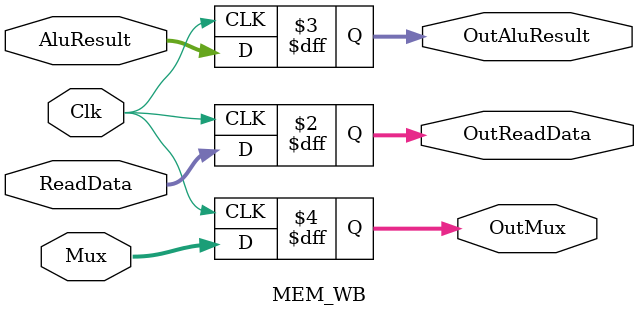
<source format=v>
`timescale 1ns/1ns

module MEM_WB(
    /*
	input WB,
	input MemtoReg,
	*/
    input [31:0] ReadData,
    input [31:0] AluResult,
	input [4:0] Mux,
	input Clk,
	/*
	output reg OutWB,
	output reg OutMemtoReg,
	*/
    output reg [31:0] OutReadData,
    output reg [31:0] OutAluResult,
    output reg [4:0]OutMux
);
    always @(posedge Clk)
    begin
	//OutWB = WB;
	//OutMemtoReg = MemtoReg;
    OutReadData = ReadData;
    OutAluResult = AluResult;
    OutMux = Mux;
   
    end 
endmodule 
</source>
